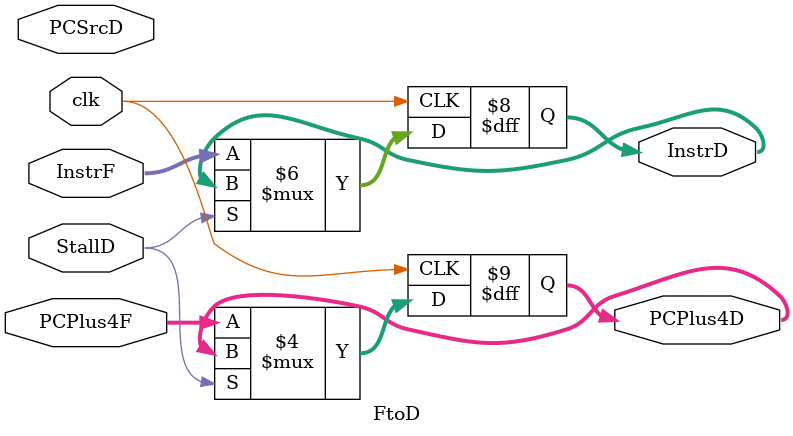
<source format=v>


// Also, it would stall, if the hazard control unit gives StallD == 1.

module FtoD(clk, StallD, PCSrcD, InstrF, PCPlus4F, InstrD, PCPlus4D); 

    input clk;
    input StallD;
    input PCSrcD;
    input [31:0] InstrF;
    input [31:0] PCPlus4F;

    output reg [31:0] InstrD;
    output reg [31:0] PCPlus4D;

    // Initialize for the beginning.
    initial begin 
        InstrD = 0;
        PCPlus4D = 32'h00100000; 
    end 

    always@(posedge clk)
    begin      
        // If there is no stall, pass through PC address and instruction
        if(!StallD) 
        begin
            InstrD <= InstrF;
            PCPlus4D <= PCPlus4F; 
        end
    end

endmodule
</source>
